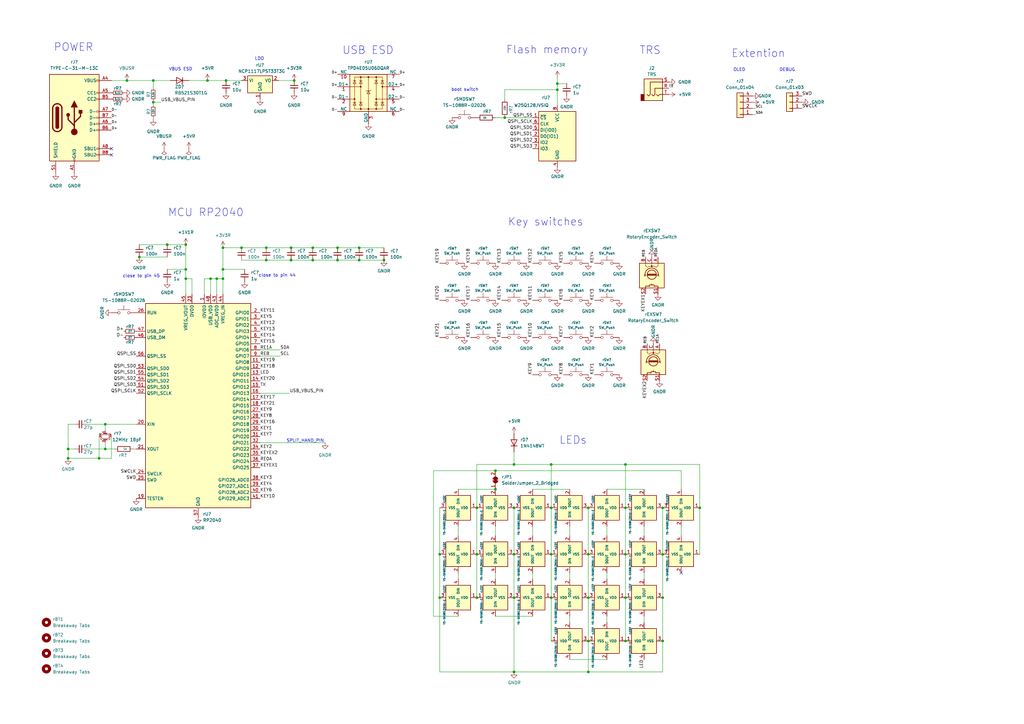
<source format=kicad_sch>
(kicad_sch (version 20231120) (generator "eeschema") (generator_version "8.0")
  (paper "A3")
  (title_block (title "Corne Right") (date "2023-10-07") (rev "4.0.0") (company "foostan"))
  (junction (at 27.94 184.15))
  (junction (at 228.6 36.83))
  (junction (at 180.34 245.11))
  (junction (at 226.06 227.33))
  (junction (at 210.82 245.11))
  (junction (at 91.44 114.3))
  (junction (at 241.3 227.33))
  (junction (at 256.54 227.33))
  (junction (at 128.27 101.6))
  (junction (at 40.64 187.96))
  (junction (at 195.58 208.28))
  (junction (at 43.18 184.15))
  (junction (at 226.06 245.11))
  (junction (at 271.78 262.89))
  (junction (at 271.78 245.11))
  (junction (at 256.54 262.89))
  (junction (at 157.48 106.68))
  (junction (at 91.44 110.49))
  (junction (at 76.2 100.33))
  (junction (at 241.3 245.11))
  (junction (at 92.71 33.02))
  (junction (at 228.6 34.29))
  (junction (at 52.07 33.02))
  (junction (at 210.82 190.5))
  (junction (at 57.15 105.41))
  (junction (at 27.94 187.96))
  (junction (at 99.06 101.6))
  (junction (at 88.9 114.3))
  (junction (at 138.43 106.68))
  (junction (at 271.78 208.28))
  (junction (at 109.22 101.6))
  (junction (at 120.65 33.02))
  (junction (at 226.06 190.5))
  (junction (at 210.82 227.33))
  (junction (at 203.2 193.04))
  (junction (at 62.865 33.02))
  (junction (at 203.2 200.66))
  (junction (at 241.3 208.28))
  (junction (at 128.27 106.68))
  (junction (at 207.01 48.26))
  (junction (at 256.54 208.28))
  (junction (at 119.38 106.68))
  (junction (at 86.36 114.3))
  (junction (at 109.22 106.68))
  (junction (at 68.58 100.33))
  (junction (at 256.54 190.5))
  (junction (at 76.2 114.3))
  (junction (at 91.44 101.6))
  (junction (at 287.02 208.28))
  (junction (at 241.3 262.89))
  (junction (at 85.09 33.02))
  (junction (at 256.54 245.11))
  (junction (at 210.82 275.59))
  (junction (at 226.06 208.28))
  (junction (at 241.3 275.59))
  (junction (at 119.38 101.6))
  (junction (at 147.32 101.6))
  (junction (at 62.865 41.91))
  (junction (at 43.18 173.99))
  (junction (at 195.58 245.11))
  (junction (at 180.34 227.33))
  (junction (at 147.32 106.68))
  (junction (at 195.58 227.33))
  (junction (at 210.82 208.28))
  (junction (at 271.78 227.33))
  (junction (at 76.2 110.49))
  (junction (at 138.43 101.6))
  (no_connect (at 45.72 63.5))
  (no_connect (at 279.4 234.95))
  (no_connect (at 45.72 60.96))
  (wire (pts (xy 91.44 101.6) (xy 99.06 101.6)))
  (wire (pts (xy 241.3 208.28) (xy 241.3 227.33)))
  (wire (pts (xy 106.68 146.05) (xy 114.935 146.05)))
  (wire (pts (xy 138.43 101.6) (xy 147.32 101.6)))
  (wire (pts (xy 83.82 114.3) (xy 86.36 114.3)))
  (wire (pts (xy 62.865 33.02) (xy 69.85 33.02)))
  (wire (pts (xy 62.865 41.275) (xy 62.865 41.91)))
  (wire (pts (xy 85.09 33.02) (xy 92.71 33.02)))
  (wire (pts (xy 210.82 227.33) (xy 210.82 245.11)))
  (wire (pts (xy 27.94 187.96) (xy 40.64 187.96)))
  (wire (pts (xy 241.3 262.89) (xy 241.3 275.59)))
  (wire (pts (xy 210.82 190.5) (xy 195.58 190.5)))
  (wire (pts (xy 180.34 245.11) (xy 180.34 275.59)))
  (wire (pts (xy 27.94 173.99) (xy 27.94 184.15)))
  (wire (pts (xy 147.32 106.68) (xy 157.48 106.68)))
  (wire (pts (xy 138.43 106.68) (xy 147.32 106.68)))
  (wire (pts (xy 256.54 227.33) (xy 256.54 245.11)))
  (wire (pts (xy 30.48 173.99) (xy 27.94 173.99)))
  (wire (pts (xy 226.06 245.11) (xy 226.06 262.89)))
  (wire (pts (xy 264.16 234.95) (xy 264.16 237.49)))
  (wire (pts (xy 106.68 181.61) (xy 133.35 181.61)))
  (wire (pts (xy 177.8 193.04) (xy 203.2 193.04)))
  (wire (pts (xy 114.3 33.02) (xy 120.65 33.02)))
  (wire (pts (xy 271.78 275.59) (xy 241.3 275.59)))
  (wire (pts (xy 43.18 184.15) (xy 43.18 181.61)))
  (wire (pts (xy 86.36 114.3) (xy 86.36 120.65)))
  (wire (pts (xy 233.68 252.73) (xy 233.68 255.27)))
  (wire (pts (xy 248.92 215.9) (xy 248.92 219.71)))
  (wire (pts (xy 180.34 208.28) (xy 180.34 227.33)))
  (wire (pts (xy 119.38 101.6) (xy 128.27 101.6)))
  (wire (pts (xy 218.44 234.95) (xy 218.44 237.49)))
  (wire (pts (xy 109.22 106.68) (xy 119.38 106.68)))
  (wire (pts (xy 68.58 110.49) (xy 76.2 110.49)))
  (wire (pts (xy 35.56 184.15) (xy 43.18 184.15)))
  (wire (pts (xy 76.2 110.49) (xy 76.2 114.3)))
  (wire (pts (xy 210.82 275.59) (xy 241.3 275.59)))
  (wire (pts (xy 91.44 114.3) (xy 88.9 114.3)))
  (wire (pts (xy 76.2 100.33) (xy 76.2 110.49)))
  (wire (pts (xy 271.78 245.11) (xy 271.78 262.89)))
  (wire (pts (xy 91.44 120.65) (xy 91.44 114.3)))
  (wire (pts (xy 228.6 36.83) (xy 207.01 36.83)))
  (wire (pts (xy 91.44 101.6) (xy 91.44 110.49)))
  (wire (pts (xy 62.865 36.195) (xy 62.865 33.02)))
  (wire (pts (xy 279.4 193.04) (xy 279.4 200.66)))
  (wire (pts (xy 43.18 176.53) (xy 43.18 173.99)))
  (wire (pts (xy 99.06 106.68) (xy 109.22 106.68)))
  (wire (pts (xy 233.68 237.49) (xy 233.68 234.95)))
  (wire (pts (xy 233.68 200.66) (xy 218.44 200.66)))
  (wire (pts (xy 256.54 245.11) (xy 256.54 262.89)))
  (wire (pts (xy 309.88 46.99) (xy 308.61 46.99)))
  (wire (pts (xy 27.94 184.15) (xy 30.48 184.15)))
  (wire (pts (xy 287.02 208.28) (xy 287.02 227.33)))
  (wire (pts (xy 241.3 227.33) (xy 241.3 245.11)))
  (wire (pts (xy 195.58 190.5) (xy 195.58 208.28)))
  (wire (pts (xy 45.72 187.96) (xy 40.64 187.96)))
  (wire (pts (xy 207.01 48.26) (xy 218.44 48.26)))
  (wire (pts (xy 203.2 252.73) (xy 218.44 252.73)))
  (wire (pts (xy 233.68 219.71) (xy 233.68 215.9)))
  (wire (pts (xy 177.8 193.04) (xy 177.8 252.73)))
  (wire (pts (xy 218.44 219.71) (xy 218.44 215.9)))
  (wire (pts (xy 264.16 215.9) (xy 264.16 219.71)))
  (wire (pts (xy 40.64 179.07) (xy 40.64 187.96)))
  (wire (pts (xy 62.865 48.26) (xy 62.865 48.895)))
  (wire (pts (xy 86.36 114.3) (xy 88.9 114.3)))
  (wire (pts (xy 195.58 227.33) (xy 195.58 245.11)))
  (wire (pts (xy 271.78 208.28) (xy 271.78 227.33)))
  (wire (pts (xy 106.68 143.51) (xy 114.935 143.51)))
  (wire (pts (xy 57.15 105.41) (xy 68.58 105.41)))
  (wire (pts (xy 119.38 106.68) (xy 128.27 106.68)))
  (wire (pts (xy 68.58 100.33) (xy 76.2 100.33)))
  (wire (pts (xy 147.32 101.6) (xy 157.48 101.6)))
  (wire (pts (xy 91.44 110.49) (xy 91.44 114.3)))
  (wire (pts (xy 83.82 114.3) (xy 83.82 120.65)))
  (wire (pts (xy 43.18 173.99) (xy 55.88 173.99)))
  (wire (pts (xy 180.34 227.33) (xy 180.34 245.11)))
  (wire (pts (xy 210.82 208.28) (xy 210.82 227.33)))
  (wire (pts (xy 88.9 114.3) (xy 88.9 120.65)))
  (wire (pts (xy 309.88 44.45) (xy 308.61 44.45)))
  (wire (pts (xy 279.4 215.9) (xy 279.4 219.71)))
  (wire (pts (xy 54.61 184.15) (xy 55.88 184.15)))
  (wire (pts (xy 45.72 33.02) (xy 52.07 33.02)))
  (wire (pts (xy 256.54 190.5) (xy 287.02 190.5)))
  (wire (pts (xy 256.54 190.5) (xy 256.54 208.28)))
  (wire (pts (xy 128.27 101.6) (xy 138.43 101.6)))
  (wire (pts (xy 76.2 120.65) (xy 76.2 114.3)))
  (wire (pts (xy 66.04 41.91) (xy 62.865 41.91)))
  (wire (pts (xy 203.2 237.49) (xy 203.2 234.95)))
  (wire (pts (xy 45.72 179.07) (xy 45.72 187.96)))
  (wire (pts (xy 203.2 219.71) (xy 203.2 215.9)))
  (wire (pts (xy 203.2 193.04) (xy 279.4 193.04)))
  (wire (pts (xy 91.44 110.49) (xy 100.33 110.49)))
  (wire (pts (xy 241.3 245.11) (xy 241.3 262.89)))
  (wire (pts (xy 52.07 33.02) (xy 62.865 33.02)))
  (wire (pts (xy 271.78 262.89) (xy 271.78 275.59)))
  (wire (pts (xy 109.22 101.6) (xy 119.38 101.6)))
  (wire (pts (xy 256.54 208.28) (xy 256.54 227.33)))
  (wire (pts (xy 228.6 36.83) (xy 228.6 43.18)))
  (wire (pts (xy 248.92 270.51) (xy 233.68 270.51)))
  (wire (pts (xy 187.96 234.95) (xy 187.96 237.49)))
  (wire (pts (xy 287.02 190.5) (xy 287.02 208.28)))
  (wire (pts (xy 228.6 31.75) (xy 228.6 34.29)))
  (wire (pts (xy 203.2 48.26) (xy 207.01 48.26)))
  (wire (pts (xy 210.82 190.5) (xy 226.06 190.5)))
  (wire (pts (xy 128.27 106.68) (xy 138.43 106.68)))
  (wire (pts (xy 195.58 208.28) (xy 195.58 227.33)))
  (wire (pts (xy 35.56 173.99) (xy 43.18 173.99)))
  (wire (pts (xy 228.6 34.29) (xy 232.41 34.29)))
  (wire (pts (xy 248.92 234.95) (xy 248.92 237.49)))
  (wire (pts (xy 203.2 200.66) (xy 187.96 200.66)))
  (wire (pts (xy 78.74 114.3) (xy 76.2 114.3)))
  (wire (pts (xy 92.71 33.02) (xy 99.06 33.02)))
  (wire (pts (xy 228.6 34.29) (xy 228.6 36.83)))
  (wire (pts (xy 271.78 227.33) (xy 271.78 245.11)))
  (wire (pts (xy 248.92 200.66) (xy 264.16 200.66)))
  (wire (pts (xy 226.06 208.28) (xy 226.06 227.33)))
  (wire (pts (xy 226.06 190.5) (xy 226.06 208.28)))
  (wire (pts (xy 210.82 185.42) (xy 210.82 190.5)))
  (wire (pts (xy 207.01 36.83) (xy 207.01 40.64)))
  (wire (pts (xy 106.68 161.29) (xy 118.745 161.29)))
  (wire (pts (xy 62.865 41.91) (xy 62.865 43.18)))
  (wire (pts (xy 99.06 101.6) (xy 109.22 101.6)))
  (wire (pts (xy 226.06 190.5) (xy 256.54 190.5)))
  (wire (pts (xy 43.18 184.15) (xy 46.99 184.15)))
  (wire (pts (xy 27.94 184.15) (xy 27.94 187.96)))
  (wire (pts (xy 57.15 100.33) (xy 68.58 100.33)))
  (wire (pts (xy 78.74 120.65) (xy 78.74 114.3)))
  (wire (pts (xy 226.06 227.33) (xy 226.06 245.11)))
  (wire (pts (xy 77.47 33.02) (xy 85.09 33.02)))
  (wire (pts (xy 180.34 275.59) (xy 210.82 275.59)))
  (wire (pts (xy 187.96 215.9) (xy 187.96 219.71)))
  (wire (pts (xy 187.96 252.73) (xy 177.8 252.73)))
  (wire (pts (xy 264.16 252.73) (xy 264.16 255.27)))
  (wire (pts (xy 210.82 245.11) (xy 210.82 275.59)))
  (wire (pts (xy 248.92 252.73) (xy 248.92 255.27)))
  (text "USB ESD" (at 140.335 22.606 0) (effects (font (size 3.175 3.175)) (justify left bottom)))
  (text "TRS" (at 262.255 22.606 0) (effects (font (size 3.175 3.175)) (justify left bottom)))
  (text "Flash memory" (at 207.518 22.352 0) (effects (font (size 3.175 3.175)) (justify left bottom)))
  (text "MCU RP2040" (at 68.834 89.154 0) (effects (font (size 3.175 3.175)) (justify left bottom)))
  (text "DEBUG" (at 319.659 29.464 0) (effects (font (size 1.27 1.27)) (justify left bottom)))
  (text "POWER\n" (at 21.971 21.336 0) (effects (font (size 3.175 3.175)) (justify left bottom)))
  (text "boot switch" (at 185.039 37.592 0) (effects (font (size 1.27 1.27)) (justify left bottom)))
  (text "LDO" (at 104.521 24.892 0) (effects (font (size 1.27 1.27)) (justify left bottom)))
  (text "Key switches" (at 208.28 92.964 0) (effects (font (size 3.175 3.175)) (justify left bottom)))
  (text "LEDs" (at 229.362 182.499 0) (effects (font (size 3.175 3.175)) (justify left bottom)))
  (text "Extention" (at 299.974 23.876 0) (effects (font (size 3.175 3.175)) (justify left bottom)))
  (text "VBUS ESD" (at 69.215 29.21 0) (effects (font (size 1.27 1.27)) (justify left bottom)))
  (text "OLED" (at 300.736 29.464 0) (effects (font (size 1.27 1.27)) (justify left bottom)))
  (text "close to pin 45" (at 50.292 114.046 0) (effects (font (size 1.27 1.27)) (justify left bottom)))
  (text "close to pin 44" (at 106.045 113.792 0) (effects (font (size 1.27 1.27)) (justify left bottom)))
  (text "SPLIT_HAND_PIN" (at 117.475 181.61 0) (effects (font (size 1.27 1.27)) (justify left bottom)))
  (label "QSPI_SCLK" (at 55.88 161.29 180))
  (label "KEYEX2" (at 265.43 156.21 270))
  (label "SWCLK" (at 55.88 194.31 180))
  (label "TX" (at 106.68 158.75 0))
  (label "SCL" (at 309.88 44.45 0) (effects (font (size 1 1))))
  (label "RE0A" (at 269.875 105.41 90) (effects (font (size 1 1))))
  (label "KEY8" (at 106.68 171.45 0))
  (label "D+" (at 163.83 35.56 0) (effects (font (size 1 1))))
  (label "KEY19" (at 180.34 107.95 90))
  (label "D-" (at 45.72 45.72 0) (effects (font (size 1 1))))
  (label "KEY18" (at 106.68 151.13 0))
  (label "KEY4" (at 243.84 107.95 90))
  (label "KEY6" (at 231.14 123.19 90))
  (label "RE0A" (at 106.68 189.23 0))
  (label "D-" (at 163.83 40.64 0) (effects (font (size 1 1))))
  (label "KEY14" (at 205.74 123.19 90))
  (label "KEY12" (at 218.44 107.95 90))
  (label "KEY20" (at 180.34 123.19 90))
  (label "QSPI_SD3" (at 55.88 158.75 180))
  (label "QSPI_SCLK" (at 218.44 50.8 180))
  (label "KEY16" (at 106.68 173.99 0))
  (label "QSPI_SD1" (at 218.44 55.88 180))
  (label "KEY3" (at 243.84 123.19 90))
  (label "KEY2" (at 243.84 138.43 90))
  (label "D-" (at 45.72 48.26 0) (effects (font (size 1 1))))
  (label "KEY16" (at 193.04 138.43 90))
  (label "KEY15" (at 205.74 138.43 90))
  (label "SWD" (at 55.88 196.85 180))
  (label "KEY11" (at 218.44 123.19 90))
  (label "SDA" (at 114.935 143.51 0))
  (label "KEY9" (at 106.68 168.91 0))
  (label "KEY18" (at 193.04 107.95 90))
  (label "USB_VBUS_PIN" (at 66.04 41.91 0))
  (label "D+" (at 138.43 35.56 180) (effects (font (size 1 1))))
  (label "D-" (at 163.83 45.72 0) (effects (font (size 1 1))))
  (label "QSPI_SD2" (at 218.44 58.42 180))
  (label "KEY17" (at 193.04 123.19 90))
  (label "QSPI_SD2" (at 55.88 156.21 180))
  (label "KEY13" (at 205.74 107.95 90))
  (label "KEY7" (at 106.68 179.07 0))
  (label "D+" (at 45.72 50.8 0) (effects (font (size 1 1))))
  (label "KEY10" (at 218.44 138.43 90))
  (label "KEY9" (at 218.44 153.67 90))
  (label "QSPI_SS" (at 218.44 48.26 180))
  (label "KEY5" (at 106.68 130.81 0))
  (label "REB" (at 106.68 146.05 0))
  (label "KEY1" (at 243.84 153.67 90))
  (label "SCL" (at 114.935 146.05 0))
  (label "KEY19" (at 106.68 148.59 0))
  (label "KEYEX1" (at 264.795 120.65 270))
  (label "KEY2" (at 106.68 184.15 0))
  (label "KEY12" (at 106.68 133.35 0))
  (label "QSPI_SS" (at 55.88 146.05 180))
  (label "KEY7" (at 231.14 138.43 90))
  (label "KEY4" (at 106.68 199.39 0))
  (label "QSPI_SD0" (at 218.44 53.34 180))
  (label "KEY15" (at 106.68 140.97 0))
  (label "KEY20" (at 106.68 156.21 0))
  (label "D-" (at 50.8 138.43 180))
  (label "SWD" (at 328.93 39.37 0))
  (label "KEY21" (at 180.34 138.43 90))
  (label "REB" (at 265.43 140.97 90) (effects (font (size 1 1))))
  (label "KEY17" (at 106.68 163.83 0))
  (label "RE1A" (at 270.51 140.97 90) (effects (font (size 1 1))))
  (label "KEY14" (at 106.68 138.43 0))
  (label "D+" (at 163.83 30.48 0) (effects (font (size 1 1))))
  (label "KEY1" (at 106.68 176.53 0))
  (label "LED" (at 264.16 270.51 270))
  (label "KEYEX2" (at 106.68 186.69 0))
  (label "REB" (at 264.795 105.41 90) (effects (font (size 1 1))))
  (label "KEY21" (at 106.68 166.37 0))
  (label "D-" (at 138.43 45.72 180) (effects (font (size 1 1))))
  (label "SWCLK" (at 328.93 44.45 0))
  (label "SDA" (at 309.88 46.99 0) (effects (font (size 1 1))))
  (label "KEYEX1" (at 106.68 191.77 0))
  (label "QSPI_SD3" (at 218.44 60.96 180))
  (label "D+" (at 138.43 30.48 180) (effects (font (size 1 1))))
  (label "D+" (at 50.8 135.89 180))
  (label "KEY13" (at 106.68 135.89 0))
  (label "USB_VBUS_PIN" (at 118.745 161.29 0))
  (label "KEY3" (at 106.68 196.85 0))
  (label "D+" (at 45.72 53.34 0) (effects (font (size 1 1))))
  (label "KEY11" (at 106.68 128.27 0))
  (label "KEY5" (at 231.14 107.95 90))
  (label "D-" (at 138.43 40.64 180) (effects (font (size 1 1))))
  (label "KEY10" (at 106.68 204.47 0))
  (label "KEY6" (at 106.68 201.93 0))
  (label "QSPI_SD0" (at 55.88 151.13 180))
  (label "TX" (at 274.32 36.195 0) (effects (font (size 1 1))))
  (label "RE1A" (at 106.68 143.51 0))
  (label "LED" (at 106.68 153.67 0))
  (label "KEY8" (at 231.14 153.67 90))
  (label "QSPI_SD1" (at 55.88 153.67 180))
  (symbol (lib_id "kbd:GNDR") (at 328.93 41.91 90) (unit 1)
    (property "Reference" "#PWR?" (effects (hide yes)))
    (property "Value" "GNDR" (at 332.74 41.91 90) (effects (justify right)))
  )
  (symbol (lib_id "kbd_local:YS-SK6812MINI-E") (at 233.68 245.11 90) (unit 1)
    (property "Reference" "rLED?" (at 227.965 243.205 0) (effects (font (size 0.7366 0.7366)) (justify left)))
    (property "Value" "YS-SK6812MINI-E" (at 227.965 255.905 0) (effects (font (size 0.7366 0.7366)) (justify left)))
    (property "Footprint" "kbd_local:YS-SK6812MINI-E" (effects (hide yes)))
  )
  (symbol (lib_id "Device:C_Small") (at 33.02 184.15 270) (unit 1)
    (property "Reference" "rC?" (at 34.29 182.88 90) (effects (justify left)))
    (property "Value" "27p" (at 34.29 185.42 90) (effects (justify left)))
    (property "Footprint" "Capacitor_SMD:C_0402_1005Metric" (effects (hide yes)))
  )
  (symbol (lib_id "kbd:+3V3R") (at 120.65 33.02 0) (unit 1)
    (property "Reference" "#PWR070" (effects (hide yes)))
    (property "Value" "+3V3R" (at 120.65 27.94 0))
  )
  (symbol (lib_id "kbd:GNDR") (at 241.3 123.19 0) (unit 1)
    (property "Reference" "#PWR?" (effects (hide yes)))
    (property "Value" "GNDR" (at 241.3 127.635 0))
  )
  (symbol (lib_id "Switch:SW_Push") (at 236.22 123.19 0) (unit 1)
    (property "Reference" "rSW?" (at 236.22 117.094 0) (effects (font (size 1 1))))
    (property "Value" "SW_Push" (at 236.22 119.126 0) (effects (font (size 1 1))))
    (property "Footprint" "kbd:keyswitch_cherrymx_hotswap_1u" (effects (hide yes)))
  )
  (symbol (lib_name "SW_Push_1") (lib_id "Switch:SW_Push") (at 248.92 107.95 0) (unit 1)
    (property "Reference" "rSW?" (at 248.92 101.854 0) (effects (font (size 1 1))))
    (property "Value" "SW_Push" (at 248.92 103.886 0) (effects (font (size 1 1))))
    (property "Footprint" "kbd:keyswitch_cherrymx_hotswap_1u" (effects (hide yes)))
  )
  (symbol (lib_id "kbd:GNDR") (at 215.9 107.95 0) (unit 1)
    (property "Reference" "#PWR?" (effects (hide yes)))
    (property "Value" "GNDR" (at 215.9 112.395 0))
  )
  (symbol (lib_id "kbd:GNDR") (at 241.3 153.67 0) (unit 1)
    (property "Reference" "#PWR?" (effects (hide yes)))
    (property "Value" "GNDR" (at 241.3 158.115 0))
  )
  (symbol (lib_id "Regulator_Linear:NCP1117-3.3_SOT223") (at 106.68 33.02 0) (unit 1)
    (property "Reference" "rU?" (at 106.68 26.67 0))
    (property "Value" "NCP1117LPST33T3G" (at 107.315 29.21 0))
    (property "Footprint" "Package_TO_SOT_SMD:SOT-223-3_TabPin2" (effects (hide yes)))
    (property "Datasheet" "http://www.onsemi.com/pub_link/Collateral/NCP1117-D.PDF" (effects (hide yes)))
    (property "JLCPCB Part #" "C146799" (effects (hide yes)))
  )
  (symbol (lib_id "kbd_local:YS-SK6812MINI-E") (at 248.92 208.28 270) (unit 1)
    (property "Reference" "rLED?" (at 243.205 203.2 0) (effects (font (size 0.7366 0.7366)) (justify left)))
    (property "Value" "YS-SK6812MINI-E" (at 243.205 208.915 0) (effects (font (size 0.7366 0.7366)) (justify left)))
    (property "Footprint" "kbd_local:YS-SK6812MINI-E" (effects (hide yes)))
  )
  (symbol (lib_id "kbd_local:VBUSR") (at 67.31 60.96 0) (unit 1)
    (property "Reference" "#PWR065" (effects (hide yes)))
    (property "Value" "VBUSR" (at 67.31 55.88 0))
  )
  (symbol (lib_id "kbd:GNDR") (at 267.97 140.97 180) (unit 1)
    (property "Reference" "#PWR?" (effects (hide yes)))
    (property "Value" "GNDR" (at 267.97 135.89 90))
  )
  (symbol (lib_id "kbd:GNDR") (at 215.9 123.19 0) (unit 1)
    (property "Reference" "#PWR?" (effects (hide yes)))
    (property "Value" "GNDR" (at 215.9 127.635 0))
  )
  (symbol (lib_id "Connector:USB_C_Receptacle_USB2.0") (at 30.48 48.26 0) (unit 1)
    (property "Reference" "rJ?" (at 30.48 25.4 0))
    (property "Value" "TYPE-C-31-M-13C" (at 30.48 27.94 0))
    (property "Footprint" "kbd_local:TYPE-C-31-M-13C" (effects (hide yes)))
    (property "Datasheet" "https://www.usb.org/sites/default/files/documents/usb_type-c.zip" (effects (hide yes)))
    (property "JLCPCB Part #" "C2848620" (effects (hide yes)))
  )
  (symbol (lib_id "kbd:GNDR") (at 22.86 71.12 0) (unit 1)
    (property "Reference" "#PWR?" (effects (hide yes)))
    (property "Value" "GNDR" (at 22.86 76.2 0))
  )
  (symbol (lib_id "kbd:GNDR") (at 81.28 212.09 0) (unit 1)
    (property "Reference" "#PWR?" (effects (hide yes)))
    (property "Value" "GNDR" (at 81.28 216.535 0))
  )
  (symbol (lib_id "Device:RotaryEncoder_Switch") (at 267.97 148.59 270) (unit 1)
    (property "Reference" "rEXSW?" (at 267.97 128.905 90))
    (property "Value" "RotaryEncoder_Switch" (at 267.97 131.445 90))
    (property "Footprint" "kbd_local:keyswitch_cherrymx_hotswap_1u_rotary_encoder_ec12" (effects (hide yes)))
  )
  (symbol (lib_id "kbd:GNDR") (at 50.8 40.64 90) (unit 1)
    (property "Reference" "#PWR?" (effects (hide yes)))
    (property "Value" "GNDR" (at 53.975 40.64 90) (effects (justify right)))
  )
  (symbol (lib_id "Switch:SW_Push") (at 236.22 107.95 0) (unit 1)
    (property "Reference" "rSW?" (at 236.22 101.854 0) (effects (font (size 1 1))))
    (property "Value" "SW_Push" (at 236.22 103.886 0) (effects (font (size 1 1))))
    (property "Footprint" "kbd:keyswitch_cherrymx_hotswap_1u" (effects (hide yes)))
  )
  (symbol (lib_id "kbd:GNDR") (at 190.5 107.95 0) (unit 1)
    (property "Reference" "#PWR?" (effects (hide yes)))
    (property "Value" "GNDR" (at 190.5 112.395 0))
  )
  (symbol (lib_id "kbd_local:YS-SK6812MINI-E") (at 203.2 208.28 90) (unit 1)
    (property "Reference" "rLED?" (at 197.485 206.375 0) (effects (font (size 0.7366 0.7366)) (justify left)))
    (property "Value" "YS-SK6812MINI-E" (at 197.485 219.71 0) (effects (font (size 0.7366 0.7366)) (justify left)))
    (property "Footprint" "kbd_local:YS-SK6812MINI-E" (effects (hide yes)))
  )
  (symbol (lib_id "Switch:SW_Push") (at 198.12 138.43 0) (unit 1)
    (property "Reference" "rSW?" (at 198.12 132.334 0) (effects (font (size 1 1))))
    (property "Value" "SW_Push" (at 198.12 134.366 0) (effects (font (size 1 1))))
    (property "Footprint" "kbd:keyswitch_cherrymx_hotswap_1u" (effects (hide yes)))
  )
  (symbol (lib_id "kbd:+5VR") (at 210.82 177.8 0) (unit 1)
    (property "Reference" "#PWR069" (effects (hide yes)))
    (property "Value" "+5VR" (at 210.82 172.72 0))
  )
  (symbol (lib_id "kbd_local:YS-SK6812MINI-E") (at 233.68 227.33 90) (unit 1)
    (property "Reference" "rLED?" (at 227.965 225.425 0) (effects (font (size 0.7366 0.7366)) (justify left)))
    (property "Value" "YS-SK6812MINI-E" (at 227.965 238.125 0) (effects (font (size 0.7366 0.7366)) (justify left)))
    (property "Footprint" "kbd_local:YS-SK6812MINI-E" (effects (hide yes)))
  )
  (symbol (lib_id "kbd:GNDR") (at 254 138.43 0) (unit 1)
    (property "Reference" "#PWR?" (effects (hide yes)))
    (property "Value" "GNDR" (at 254 142.875 0))
  )
  (symbol (lib_id "kbd:GNDR") (at 151.13 50.8 0) (unit 1)
    (property "Reference" "#PWR?" (effects (hide yes)))
    (property "Value" "GNDR" (at 151.13 55.88 0))
  )
  (symbol (lib_id "kbd:GNDR") (at 269.875 120.65 0) (unit 1)
    (property "Reference" "#PWR?" (effects (hide yes)))
    (property "Value" "GNDR" (at 269.875 125.095 0))
  )
  (symbol (lib_id "Switch:SW_Push") (at 210.82 138.43 0) (unit 1)
    (property "Reference" "rSW?" (at 210.82 132.334 0) (effects (font (size 1 1))))
    (property "Value" "SW_Push" (at 210.82 134.366 0) (effects (font (size 1 1))))
    (property "Footprint" "kbd:keyswitch_cherrymx_hotswap_1u" (effects (hide yes)))
  )
  (symbol (lib_id "Device:R_Small") (at 48.26 40.64 270) (unit 1)
    (property "Reference" "rR?" (at 48.26 42.545 90))
    (property "Value" "5.1k" (at 48.26 40.64 90) (effects (font (size 0.762 0.762))))
    (property "Footprint" "Resistor_SMD:R_0402_1005Metric" (effects (hide yes)))
  )
  (symbol (lib_id "Diode:1N4148WT") (at 210.82 181.61 90) (unit 1)
    (property "Reference" "rD?" (at 213.36 180.34 90) (effects (justify right)))
    (property "Value" "1N4148WT" (at 213.36 182.88 90) (effects (justify right)))
    (property "Footprint" "Diode_SMD:D_SOD-523" (effects (hide yes)))
    (property "Datasheet" "https://www.diodes.com/assets/Datasheets/ds30396.pdf" (effects (hide yes)))
    (property "JLCPCB Part #" "C232841" (effects (hide yes)))
  )
  (symbol (lib_id "Device:Crystal_GND24_Small") (at 43.18 179.07 270) (unit 1)
    (property "Reference" "rY?" (at 48.26 177.8 90))
    (property "Value" "12MHz 18pF" (at 52.07 180.34 90))
    (property "Footprint" "Crystal:Crystal_SMD_3225-4Pin_3.2x2.5mm" (effects (hide yes)))
    (property "Description" "12MHz 18pF ±20ppm SMD3225-4P Crystals ROHS" (effects (hide yes)))
    (property "MFR.Part #" "Q22FA23V0041800" (effects (hide yes)))
    (property "JLCPCB Part #" "C91749" (effects (hide yes)))
  )
  (symbol (lib_id "kbd_local:YS-SK6812MINI-E") (at 248.92 245.11 270) (unit 1)
    (property "Reference" "rLED?" (at 243.205 239.395 0) (effects (font (size 0.7366 0.7366)) (justify left)))
    (property "Value" "YS-SK6812MINI-E" (at 243.205 245.745 0) (effects (font (size 0.7366 0.7366)) (justify left)))
    (property "Footprint" "kbd_local:YS-SK6812MINI-E" (effects (hide yes)))
  )
  (symbol (lib_id "Switch:SW_Push") (at 248.92 153.67 0) (unit 1)
    (property "Reference" "rSW?" (at 248.92 147.574 0) (effects (font (size 1 1))))
    (property "Value" "SW_Push" (at 248.92 149.606 0) (effects (font (size 1 1))))
    (property "Footprint" "kbd:keyswitch_cherrymx_hotswap_1.5u" (effects (hide yes)))
  )
  (symbol (lib_id "kbd:GNDR") (at 215.9 138.43 0) (unit 1)
    (property "Reference" "#PWR?" (effects (hide yes)))
    (property "Value" "GNDR" (at 215.9 142.875 0))
  )
  (symbol (lib_id "kbd:GNDR") (at 185.42 48.26 0) (unit 1)
    (property "Reference" "#PWR?" (effects (hide yes)))
    (property "Value" "GNDR" (at 185.42 52.07 0))
  )
  (symbol (lib_id "Mechanical:MountingHole") (at 19.05 274.32 0) (unit 1)
    (property "Reference" "rBT4" (at 21.59 273.05 0) (effects (justify left)))
    (property "Value" "Breakaway Tabs" (at 21.59 275.59 0) (effects (justify left)))
    (property "Footprint" "kbd_local:Breakaway_Tabs" (effects (hide yes)))
  )
  (symbol (lib_id "Device:C_Small") (at 57.15 102.87 0) (unit 1)
    (property "Reference" "rC?" (at 59.69 101.6 0) (effects (justify left)))
    (property "Value" "100n" (at 59.69 104.14 0) (effects (justify left)))
    (property "Footprint" "Capacitor_SMD:C_0402_1005Metric" (effects (hide yes)))
  )
  (symbol (lib_id "kbd_local:VBUSR") (at 52.07 33.02 0) (unit 1)
    (property "Reference" "#PWR066" (effects (hide yes)))
    (property "Value" "VBUSR" (at 52.07 27.94 0))
  )
  (symbol (lib_id "kbd_local:YS-SK6812MINI-E") (at 248.92 262.89 270) (unit 1)
    (property "Reference" "rLED?" (at 243.205 257.175 0) (effects (font (size 0.7366 0.7366)) (justify left)))
    (property "Value" "YS-SK6812MINI-E" (at 243.205 263.525 0) (effects (font (size 0.7366 0.7366)) (justify left)))
    (property "Footprint" "kbd_local:YS-SK6812MINI-E" (effects (hide yes)))
  )
  (symbol (lib_id "kbd:GNDR") (at 55.88 204.47 0) (unit 1)
    (property "Reference" "#PWR?" (effects (hide yes)))
    (property "Value" "GNDR" (at 55.88 208.915 0))
  )
  (symbol (lib_id "Device:R_Small") (at 62.865 38.735 0) (unit 1)
    (property "Reference" "R?" (at 60.96 38.735 90))
    (property "Value" "5.6k" (at 62.865 38.735 90) (effects (font (size 0.762 0.762))))
    (property "Footprint" "Resistor_SMD:R_0402_1005Metric" (effects (hide yes)))
    (instances (project "corne-cherry" (path "" (reference "R?") (unit 1)) (path "" (reference "R8") (unit 1)) (path "" (reference "rR8") (unit 1))))
  )
  (symbol (lib_id "Device:C_Small") (at 68.58 102.87 0) (unit 1)
    (property "Reference" "rC?" (at 71.12 101.6 0) (effects (justify left)))
    (property "Value" "100n" (at 71.12 104.14 0) (effects (justify left)))
    (property "Footprint" "Capacitor_SMD:C_0402_1005Metric" (effects (hide yes)))
  )
  (symbol (lib_id "kbd:GNDR") (at 241.3 138.43 0) (unit 1)
    (property "Reference" "#PWR?" (effects (hide yes)))
    (property "Value" "GNDR" (at 241.3 142.875 0))
  )
  (symbol (lib_id "kbd_local:YS-SK6812MINI-E") (at 233.68 208.28 90) (unit 1)
    (property "Reference" "rLED?" (at 227.965 206.375 0) (effects (font (size 0.7366 0.7366)) (justify left)))
    (property "Value" "YS-SK6812MINI-E" (at 227.965 219.075 0) (effects (font (size 0.7366 0.7366)) (justify left)))
    (property "Footprint" "kbd_local:YS-SK6812MINI-E" (effects (hide yes)))
  )
  (symbol (lib_id "kbd_local:YS-SK6812MINI-E") (at 264.16 208.28 90) (unit 1)
    (property "Reference" "rLED?" (at 258.445 205.74 0) (effects (font (size 0.7366 0.7366)) (justify left)))
    (property "Value" "YS-SK6812MINI-E" (at 258.445 219.075 0) (effects (font (size 0.7366 0.7366)) (justify left)))
    (property "Footprint" "kbd_local:YS-SK6812MINI-E" (effects (hide yes)))
  )
  (symbol (lib_id "kbd:GNDR") (at 254 123.19 0) (unit 1)
    (property "Reference" "#PWR?" (effects (hide yes)))
    (property "Value" "GNDR" (at 254 127.635 0))
  )
  (symbol (lib_id "Device:C_Small") (at 100.33 113.03 0) (unit 1)
    (property "Reference" "rC?" (at 102.87 111.76 0) (effects (justify left)))
    (property "Value" "1u" (at 102.87 114.3 0) (effects (justify left)))
    (property "Footprint" "Capacitor_SMD:C_0402_1005Metric" (effects (hide yes)))
  )
  (symbol (lib_id "Switch:SW_Push") (at 198.12 123.19 0) (unit 1)
    (property "Reference" "rSW?" (at 198.12 117.094 0) (effects (font (size 1 1))))
    (property "Value" "SW_Push" (at 198.12 119.126 0) (effects (font (size 1 1))))
    (property "Footprint" "kbd:keyswitch_cherrymx_hotswap_1u" (effects (hide yes)))
  )
  (symbol (lib_id "Device:C_Small") (at 128.27 104.14 0) (unit 1)
    (property "Reference" "rC?" (at 130.81 102.87 0) (effects (justify left)))
    (property "Value" "100n" (at 131.445 105.41 0) (effects (justify left)))
    (property "Footprint" "Capacitor_SMD:C_0402_1005Metric" (effects (hide yes)))
  )
  (symbol (lib_id "Switch:SW_Push") (at 185.42 138.43 0) (unit 1)
    (property "Reference" "rSW?" (at 185.42 132.334 0) (effects (font (size 1 1))))
    (property "Value" "SW_Push" (at 185.42 134.366 0) (effects (font (size 1 1))))
    (property "Footprint" "kbd:keyswitch_cherrymx_hotswap_1u" (effects (hide yes)))
  )
  (symbol (lib_id "kbd:GNDR") (at 57.15 105.41 0) (unit 1)
    (property "Reference" "#PWR?" (effects (hide yes)))
    (property "Value" "GNDR" (at 57.15 109.855 0))
  )
  (symbol (lib_id "kbd:GNDR") (at 106.68 40.64 0) (unit 1)
    (property "Reference" "#PWR?" (effects (hide yes)))
    (property "Value" "GNDR" (at 106.68 45.72 0))
  )
  (symbol (lib_id "kbd:GNDR") (at 210.82 275.59 0) (unit 1)
    (property "Reference" "#PWR?" (effects (hide yes)))
    (property "Value" "GNDR" (at 210.947 279.9842 0))
  )
  (symbol (lib_id "kbd:+1V1R") (at 76.2 100.33 0) (unit 1)
    (property "Reference" "#PWR073" (effects (hide yes)))
    (property "Value" "+1V1R" (at 76.2 95.25 0))
  )
  (symbol (lib_id "kbd:+5VR") (at 85.09 33.02 0) (unit 1)
    (property "Reference" "#PWR068" (effects (hide yes)))
    (property "Value" "+5VR" (at 85.09 27.94 0))
  )
  (symbol (lib_id "kbd:GNDR") (at 254 107.95 0) (unit 1)
    (property "Reference" "#PWR?" (effects (hide yes)))
    (property "Value" "GNDR" (at 254 112.395 0))
  )
  (symbol (lib_id "Switch:SW_Push") (at 223.52 153.67 0) (unit 1)
    (property "Reference" "rSW?" (at 223.52 147.574 0) (effects (font (size 1 1))))
    (property "Value" "SW_Push" (at 223.52 149.606 0) (effects (font (size 1 1))))
    (property "Footprint" "kbd:keyswitch_cherrymx_hotswap_1u" (effects (hide yes)))
  )
  (symbol (lib_id "Device:C_Small") (at 119.38 104.14 0) (unit 1)
    (property "Reference" "rC?" (at 121.92 102.87 0) (effects (justify left)))
    (property "Value" "100n" (at 121.92 105.41 0) (effects (justify left)))
    (property "Footprint" "Capacitor_SMD:C_0402_1005Metric" (effects (hide yes)))
  )
  (symbol (lib_id "Connector_Audio:AudioJack3") (at 269.24 36.195 0) (unit 1)
    (property "Reference" "J2" (at 267.335 27.94 0))
    (property "Value" "TRS" (at 267.335 30.48 0))
    (property "Footprint" "kbd_local:PJ-398A-5A_PJ-399B-6A" (effects (hide yes)))
    (property "JLCPCB Part #" "C128994" (effects (hide yes)))
    (instances (project "corne-cherry" (path "" (reference "J2") (unit 1)) (path "" (reference "rJ2") (unit 1))))
  )
  (symbol (lib_id "kbd:+5VR") (at 274.32 38.735 270) (unit 1)
    (property "Reference" "#PWR075" (effects (hide yes)))
    (property "Value" "+5VR" (at 278.13 38.735 90) (effects (justify left)))
  )
  (symbol (lib_id "Switch:SW_Push") (at 185.42 107.95 0) (unit 1)
    (property "Reference" "rSW?" (at 185.42 101.854 0) (effects (font (size 1 1))))
    (property "Value" "SW_Push" (at 185.42 103.886 0) (effects (font (size 1 1))))
    (property "Footprint" "kbd:keyswitch_cherrymx_hotswap_1u" (effects (hide yes)))
  )
  (symbol (lib_id "Power_Protection:TPD4EUSB30") (at 151.13 38.1 0) (unit 1)
    (property "Reference" "rU?" (at 151.13 25.4 0))
    (property "Value" "TPD4E05U06DQAR" (at 151.13 27.94 0))
    (property "Footprint" "Package_SON:USON-10_2.5x1.0mm_P0.5mm" (effects (hide yes)))
    (property "Datasheet" "http://www.ti.com/lit/ds/symlink/tpd2eusb30a.pdf" (effects (hide yes)))
    (property "JLCPCB Part #" "C138714" (effects (hide yes)))
  )
  (symbol (lib_id "Device:C_Small") (at 33.02 173.99 270) (unit 1)
    (property "Reference" "rC?" (at 34.29 172.72 90) (effects (justify left)))
    (property "Value" "27p" (at 34.29 175.26 90) (effects (justify left)))
    (property "Footprint" "Capacitor_SMD:C_0402_1005Metric" (effects (hide yes)))
  )
  (symbol (lib_id "kbd:GNDR") (at 30.48 71.12 0) (unit 1)
    (property "Reference" "#PWR?" (effects (hide yes)))
    (property "Value" "GNDR" (at 30.48 76.2 0))
  )
  (symbol (lib_id "Device:RotaryEncoder_Switch") (at 267.335 113.03 270) (unit 1)
    (property "Reference" "rEXSW?" (at 267.335 94.615 90))
    (property "Value" "RotaryEncoder_Switch" (at 267.335 97.155 90))
    (property "Footprint" "kbd_local:keyswitch_cherrymx_hotswap_1u_rotary_encoder_ec12" (effects (hide yes)))
  )
  (symbol (lib_id "Switch:SW_Push") (at 248.92 138.43 0) (unit 1)
    (property "Reference" "rSW?" (at 248.92 132.334 0) (effects (font (size 1 1))))
    (property "Value" "SW_Push" (at 248.92 134.366 0) (effects (font (size 1 1))))
    (property "Footprint" "kbd:keyswitch_cherrymx_hotswap_1u" (effects (hide yes)))
  )
  (symbol (lib_id "kbd:+5VR") (at 308.61 41.91 270) (unit 1)
    (property "Reference" "#PWR075" (effects (hide yes)))
    (property "Value" "+5VR" (at 312.42 41.91 90) (effects (justify left)))
  )
  (symbol (lib_id "Device:C_Small") (at 92.71 35.56 0) (unit 1)
    (property "Reference" "rC?" (at 95.25 34.29 0) (effects (justify left)))
    (property "Value" "10u" (at 95.25 36.83 0) (effects (justify left)))
    (property "Footprint" "Capacitor_SMD:C_0402_1005Metric" (effects (hide yes)))
  )
  (symbol (lib_id "kbd:GNDR") (at 308.61 39.37 90) (unit 1)
    (property "Reference" "#PWR?" (effects (hide yes)))
    (property "Value" "GNDR" (at 313.69 39.37 90))
  )
  (symbol (lib_id "Switch:SW_Push") (at 210.82 107.95 0) (unit 1)
    (property "Reference" "rSW?" (at 210.82 101.854 0) (effects (font (size 1 1))))
    (property "Value" "SW_Push" (at 210.82 103.886 0) (effects (font (size 1 1))))
    (property "Footprint" "kbd:keyswitch_cherrymx_hotswap_1u" (effects (hide yes)))
  )
  (symbol (lib_id "kbd:GNDR") (at 120.65 38.1 0) (unit 1)
    (property "Reference" "#PWR?" (effects (hide yes)))
    (property "Value" "GNDR" (at 120.65 43.18 0))
  )
  (symbol (lib_id "Device:R") (at 50.8 184.15 90) (unit 1)
    (property "Reference" "rR?" (at 52.07 186.69 90) (effects (justify left)))
    (property "Value" "1k" (at 52.07 184.15 90) (effects (font (size 0.762 0.762)) (justify left)))
    (property "Footprint" "Resistor_SMD:R_0402_1005Metric" (effects (hide yes)))
  )
  (symbol (lib_id "kbd_local:YS-SK6812MINI-E") (at 279.4 208.28 270) (unit 1)
    (property "Reference" "rEXLED?" (at 273.685 202.565 0) (effects (font (size 0.7366 0.7366)) (justify left)))
    (property "Value" "YS-SK6812MINI-E" (at 273.685 208.915 0) (effects (font (size 0.7366 0.7366)) (justify left)))
    (property "Footprint" "kbd_local:YS-SK6812MINI-E" (effects (hide yes)))
  )
  (symbol (lib_id "Device:R") (at 207.01 44.45 180) (unit 1)
    (property "Reference" "rR?" (at 209.55 43.18 90) (effects (justify left)))
    (property "Value" "10k" (at 207.01 43.18 90) (effects (font (size 0.762 0.762)) (justify left)))
    (property "Footprint" "Resistor_SMD:R_0402_1005Metric" (effects (hide yes)))
  )
  (symbol (lib_id "kbd_local:YS-SK6812MINI-E") (at 233.68 262.89 90) (unit 1)
    (property "Reference" "rLED?" (at 227.965 260.35 0) (effects (font (size 0.7366 0.7366)) (justify left)))
    (property "Value" "YS-SK6812MINI-E" (at 227.965 273.685 0) (effects (font (size 0.7366 0.7366)) (justify left)))
    (property "Footprint" "kbd_local:YS-SK6812MINI-E" (effects (hide yes)))
  )
  (symbol (lib_id "kbd_local:YS-SK6812MINI-E") (at 187.96 245.11 270) (unit 1)
    (property "Reference" "rLED?" (at 182.245 240.03 0) (effects (font (size 0.7366 0.7366)) (justify left)))
    (property "Value" "YS-SK6812MINI-E" (at 182.245 245.745 0) (effects (font (size 0.7366 0.7366)) (justify left)))
    (property "Footprint" "kbd_local:YS-SK6812MINI-E" (effects (hide yes)))
  )
  (symbol (lib_id "Switch:SW_Push") (at 236.22 138.43 0) (unit 1)
    (property "Reference" "rSW?" (at 236.22 132.334 0) (effects (font (size 1 1))))
    (property "Value" "SW_Push" (at 236.22 134.366 0) (effects (font (size 1 1))))
    (property "Footprint" "kbd:keyswitch_cherrymx_hotswap_1u" (effects (hide yes)))
  )
  (symbol (lib_id "kbd:GNDR") (at 203.2 107.95 0) (unit 1)
    (property "Reference" "#PWR?" (effects (hide yes)))
    (property "Value" "GNDR" (at 203.2 112.395 0))
  )
  (symbol (lib_id "kbd:GNDR") (at 45.72 128.27 270) (unit 1)
    (property "Reference" "#PWR?" (effects (hide yes)))
    (property "Value" "GNDR" (at 41.91 128.27 0))
  )
  (symbol (lib_id "Switch:SW_Push") (at 50.8 128.27 0) (unit 1)
    (property "Reference" "rSMDSW?" (at 50.8 120.65 0))
    (property "Value" "TS-1088R-02026" (at 50.8 123.19 0))
    (property "Footprint" "kbd_local:TS-1088R-02026" (effects (hide yes)))
    (property "JLCPCB Part #" "C455280" (effects (hide yes)))
  )
  (symbol (lib_id "Switch:SW_Push") (at 210.82 123.19 0) (unit 1)
    (property "Reference" "rSW?" (at 210.82 117.094 0) (effects (font (size 1 1))))
    (property "Value" "SW_Push" (at 210.82 119.126 0) (effects (font (size 1 1))))
    (property "Footprint" "kbd:keyswitch_cherrymx_hotswap_1u" (effects (hide yes)))
  )
  (symbol (lib_id "kbd:+3V3R") (at 91.44 101.6 0) (unit 1)
    (property "Reference" "#PWR072" (effects (hide yes)))
    (property "Value" "+3V3R" (at 91.44 96.52 0))
  )
  (symbol (lib_id "kbd_local:YS-SK6812MINI-E") (at 264.16 245.11 90) (unit 1)
    (property "Reference" "rLED?" (at 258.445 242.57 0) (effects (font (size 0.7366 0.7366)) (justify left)))
    (property "Value" "YS-SK6812MINI-E" (at 258.445 255.905 0) (effects (font (size 0.7366 0.7366)) (justify left)))
    (property "Footprint" "kbd_local:YS-SK6812MINI-E" (effects (hide yes)))
  )
  (symbol (lib_id "Device:C_Small") (at 99.06 104.14 0) (unit 1)
    (property "Reference" "rC?" (at 101.6 102.87 0) (effects (justify left)))
    (property "Value" "100n" (at 101.6 105.41 0) (effects (justify left)))
    (property "Footprint" "Capacitor_SMD:C_0402_1005Metric" (effects (hide yes)))
  )
  (symbol (lib_id "Device:C_Small") (at 232.41 36.83 0) (unit 1)
    (property "Reference" "rC?" (at 234.95 35.56 0) (effects (justify left)))
    (property "Value" "1u" (at 234.95 38.1 0) (effects (justify left)))
    (property "Footprint" "Capacitor_SMD:C_0402_1005Metric" (effects (hide yes)))
  )
  (symbol (lib_id "kbd:GNDR") (at 92.71 38.1 0) (unit 1)
    (property "Reference" "#PWR?" (effects (hide yes)))
    (property "Value" "GNDR" (at 92.71 43.18 0))
  )
  (symbol (lib_id "kbd:GNDR") (at 203.2 138.43 0) (unit 1)
    (property "Reference" "#PWR?" (effects (hide yes)))
    (property "Value" "GNDR" (at 203.2 142.875 0))
  )
  (symbol (lib_id "kbd:GNDR") (at 203.2 123.19 0) (unit 1)
    (property "Reference" "#PWR?" (effects (hide yes)))
    (property "Value" "GNDR" (at 203.2 127.635 0))
  )
  (symbol (lib_id "kbd:GNDR") (at 270.51 156.21 0) (unit 1)
    (property "Reference" "#PWR?" (effects (hide yes)))
    (property "Value" "GNDR" (at 270.51 160.655 0))
  )
  (symbol (lib_id "kbd_local:YS-SK6812MINI-E") (at 187.96 227.33 270) (unit 1)
    (property "Reference" "rLED?" (at 182.245 222.25 0) (effects (font (size 0.7366 0.7366)) (justify left)))
    (property "Value" "YS-SK6812MINI-E" (at 182.245 227.965 0) (effects (font (size 0.7366 0.7366)) (justify left)))
    (property "Footprint" "kbd_local:YS-SK6812MINI-E" (effects (hide yes)))
  )
  (symbol (lib_id "kbd:GNDR") (at 62.865 48.895 0) (unit 1)
    (property "Reference" "#PWR?" (effects (hide yes)))
    (property "Value" "GNDR" (at 62.865 53.975 0))
  )
  (symbol (lib_id "Device:R_Small") (at 53.34 135.89 90) (unit 1)
    (property "Reference" "rR?" (at 53.34 133.985 90))
    (property "Value" "27" (at 53.34 135.89 90) (effects (font (size 0.762 0.762))))
    (property "Footprint" "Resistor_SMD:R_0402_1005Metric" (effects (hide yes)))
  )
  (symbol (lib_id "power:PWR_FLAG") (at 67.31 60.96 180) (unit 1)
    (property "Reference" "#FLG?" (effects (hide yes)))
    (property "Value" "PWR_FLAG" (at 67.31 64.77 0))
  )
  (symbol (lib_id "Device:C_Small") (at 157.48 104.14 0) (unit 1)
    (property "Reference" "rC?" (at 160.02 102.87 0) (effects (justify left)))
    (property "Value" "100n" (at 160.02 105.41 0) (effects (justify left)))
    (property "Footprint" "Capacitor_SMD:C_0402_1005Metric" (effects (hide yes)))
  )
  (symbol (lib_id "Device:C_Small") (at 138.43 104.14 0) (unit 1)
    (property "Reference" "rC?" (at 140.97 102.87 0) (effects (justify left)))
    (property "Value" "100n" (at 140.97 105.41 0) (effects (justify left)))
    (property "Footprint" "Capacitor_SMD:C_0402_1005Metric" (effects (hide yes)))
  )
  (symbol (lib_id "Switch:SW_Push") (at 248.92 123.19 0) (unit 1)
    (property "Reference" "rSW?" (at 248.92 117.094 0) (effects (font (size 1 1))))
    (property "Value" "SW_Push" (at 248.92 119.126 0) (effects (font (size 1 1))))
    (property "Footprint" "kbd:keyswitch_cherrymx_hotswap_1u" (effects (hide yes)))
  )
  (symbol (lib_id "Device:R_Small") (at 53.34 138.43 270) (unit 1)
    (property "Reference" "rR?" (at 53.34 140.335 90))
    (property "Value" "27" (at 53.34 138.43 90) (effects (font (size 0.762 0.762))))
    (property "Footprint" "Resistor_SMD:R_0402_1005Metric" (effects (hide yes)))
  )
  (symbol (lib_id "Device:C_Small") (at 147.32 104.14 0) (unit 1)
    (property "Reference" "rC?" (at 149.86 102.87 0) (effects (justify left)))
    (property "Value" "100n" (at 149.86 105.41 0) (effects (justify left)))
    (property "Footprint" "Capacitor_SMD:C_0402_1005Metric" (effects (hide yes)))
  )
  (symbol (lib_id "kbd:GNDR") (at 228.6 107.95 0) (unit 1)
    (property "Reference" "#PWR?" (effects (hide yes)))
    (property "Value" "GNDR" (at 228.6 112.395 0))
  )
  (symbol (lib_id "kbd:+5VR") (at 77.47 60.96 0) (unit 1)
    (property "Reference" "#PWR067" (effects (hide yes)))
    (property "Value" "+5VR" (at 77.47 55.88 0))
  )
  (symbol (lib_id "Switch:SW_Push") (at 185.42 123.19 0) (unit 1)
    (property "Reference" "rSW?" (at 185.42 117.094 0) (effects (font (size 1 1))))
    (property "Value" "SW_Push" (at 185.42 119.126 0) (effects (font (size 1 1))))
    (property "Footprint" "kbd:keyswitch_cherrymx_hotswap_1u" (effects (hide yes)))
  )
  (symbol (lib_id "kbd:GNDR") (at 190.5 123.19 0) (unit 1)
    (property "Reference" "#PWR?" (effects (hide yes)))
    (property "Value" "GNDR" (at 190.5 127.635 0))
  )
  (symbol (lib_id "kbd:+3V3R") (at 228.6 31.75 0) (unit 1)
    (property "Reference" "#PWR071" (effects (hide yes)))
    (property "Value" "+3V3R" (at 228.6 26.67 0))
  )
  (symbol (lib_id "kbd:GNDR") (at 274.32 33.655 90) (unit 1)
    (property "Reference" "#PWR?" (effects (hide yes)))
    (property "Value" "GNDR" (at 278.13 33.655 90) (effects (justify right)))
  )
  (symbol (lib_id "kbd_local:YS-SK6812MINI-E") (at 218.44 208.28 270) (unit 1)
    (property "Reference" "rLED?" (at 212.725 203.2 0) (effects (font (size 0.7366 0.7366)) (justify left)))
    (property "Value" "YS-SK6812MINI-E" (at 212.725 208.915 0) (effects (font (size 0.7366 0.7366)) (justify left)))
    (property "Footprint" "kbd_local:YS-SK6812MINI-E" (effects (hide yes)))
  )
  (symbol (lib_id "kbd_local:YS-SK6812MINI-E") (at 203.2 245.11 90) (unit 1)
    (property "Reference" "rLED?" (at 197.485 243.205 0) (effects (font (size 0.7366 0.7366)) (justify left)))
    (property "Value" "YS-SK6812MINI-E" (at 197.485 255.905 0) (effects (font (size 0.7366 0.7366)) (justify left)))
    (property "Footprint" "kbd_local:YS-SK6812MINI-E" (effects (hide yes)))
  )
  (symbol (lib_id "kbd_local:YS-SK6812MINI-E") (at 187.96 208.28 270) (unit 1)
    (property "Reference" "rLED?" (at 182.245 203.2 0) (effects (font (size 0.7366 0.7366)) (justify left)))
    (property "Value" "YS-SK6812MINI-E" (at 182.245 208.915 0) (effects (font (size 0.7366 0.7366)) (justify left)))
    (property "Footprint" "kbd_local:YS-SK6812MINI-E" (effects (hide yes)))
  )
  (symbol (lib_id "kbd:GNDR") (at 232.41 39.37 0) (unit 1)
    (property "Reference" "#PWR?" (effects (hide yes)))
    (property "Value" "GNDR" (at 232.41 43.815 0))
  )
  (symbol (lib_id "Connector_Generic:Conn_01x04") (at 303.53 44.45 180) (unit 1)
    (property "Reference" "rJ?" (at 303.53 33.274 0))
    (property "Value" "Conn_01x04" (at 303.53 35.814 0))
    (property "Footprint" "kbd_local:OLED" (effects (hide yes)))
  )
  (symbol (lib_id "Switch:SW_Push") (at 223.52 123.19 0) (unit 1)
    (property "Reference" "rSW?" (at 223.52 117.094 0) (effects (font (size 1 1))))
    (property "Value" "SW_Push" (at 223.52 119.126 0) (effects (font (size 1 1))))
    (property "Footprint" "kbd:keyswitch_cherrymx_hotswap_1u" (effects (hide yes)))
  )
  (symbol (lib_id "Switch:SW_Push") (at 190.5 48.26 0) (unit 1)
    (property "Reference" "rSMDSW?" (at 190.5 40.64 0))
    (property "Value" "TS-1088R-02026" (at 190.5 43.18 0))
    (property "Footprint" "kbd_local:TS-1088R-02026" (effects (hide yes)))
    (property "JLCPCB Part #" "C455280" (effects (hide yes)))
  )
  (symbol (lib_id "Mechanical:MountingHole") (at 19.05 267.97 0) (unit 1)
    (property "Reference" "rBT3" (at 21.59 266.7 0) (effects (justify left)))
    (property "Value" "Breakaway Tabs" (at 21.59 269.24 0) (effects (justify left)))
    (property "Footprint" "kbd_local:Breakaway_Tabs" (effects (hide yes)))
  )
  (symbol (lib_id "kbd:GNDR") (at 241.3 107.95 0) (unit 1)
    (property "Reference" "#PWR?" (effects (hide yes)))
    (property "Value" "GNDR" (at 241.3 112.395 0))
  )
  (symbol (lib_id "Switch:SW_Push") (at 198.12 107.95 0) (unit 1)
    (property "Reference" "rSW?" (at 198.12 101.854 0) (effects (font (size 1 1))))
    (property "Value" "SW_Push" (at 198.12 103.886 0) (effects (font (size 1 1))))
    (property "Footprint" "kbd:keyswitch_cherrymx_hotswap_1u" (effects (hide yes)))
  )
  (symbol (lib_id "Switch:SW_Push") (at 236.22 153.67 0) (unit 1)
    (property "Reference" "rSW?" (at 236.22 147.574 0) (effects (font (size 1 1))))
    (property "Value" "SW_Push" (at 236.22 149.606 0) (effects (font (size 1 1))))
    (property "Footprint" "kbd:keyswitch_cherrymx_hotswap_1u" (effects (hide yes)))
  )
  (symbol (lib_id "Device:C_Small") (at 120.65 35.56 0) (unit 1)
    (property "Reference" "rC?" (at 123.19 34.29 0) (effects (justify left)))
    (property "Value" "10u" (at 123.19 36.83 0) (effects (justify left)))
    (property "Footprint" "Capacitor_SMD:C_0402_1005Metric" (effects (hide yes)))
  )
  (symbol (lib_id "kbd_local:YS-SK6812MINI-E") (at 264.16 227.33 90) (unit 1)
    (property "Reference" "rLED?" (at 258.445 224.79 0) (effects (font (size 0.7366 0.7366)) (justify left)))
    (property "Value" "YS-SK6812MINI-E" (at 258.445 238.125 0) (effects (font (size 0.7366 0.7366)) (justify left)))
    (property "Footprint" "kbd_local:YS-SK6812MINI-E" (effects (hide yes)))
  )
  (symbol (lib_id "kbd_local:YS-SK6812MINI-E") (at 264.16 262.89 90) (unit 1)
    (property "Reference" "rLED?" (at 258.445 260.35 0) (effects (font (size 0.7366 0.7366)) (justify left)))
    (property "Value" "YS-SK6812MINI-E" (at 258.445 273.685 0) (effects (font (size 0.7366 0.7366)) (justify left)))
    (property "Footprint" "kbd_local:YS-SK6812MINI-E" (effects (hide yes)))
  )
  (symbol (lib_id "kbd_local:YS-SK6812MINI-E") (at 203.2 227.33 90) (unit 1)
    (property "Reference" "rLED?" (at 197.485 225.425 0) (effects (font (size 0.7366 0.7366)) (justify left)))
    (property "Value" "YS-SK6812MINI-E" (at 197.485 238.125 0) (effects (font (size 0.7366 0.7366)) (justify left)))
    (property "Footprint" "kbd_local:YS-SK6812MINI-E" (effects (hide yes)))
  )
  (symbol (lib_id "power:PWR_FLAG") (at 77.47 60.96 180) (unit 1)
    (property "Reference" "#FLG?" (effects (hide yes)))
    (property "Value" "PWR_FLAG" (at 77.47 64.77 0))
  )
  (symbol (lib_id "kbd:GNDR") (at 228.6 153.67 0) (unit 1)
    (property "Reference" "#PWR?" (effects (hide yes)))
    (property "Value" "GNDR" (at 228.6 158.115 0))
  )
  (symbol (lib_id "Jumper:SolderJumper_2_Bridged") (at 203.2 196.85 90) (unit 1)
    (property "Reference" "rJP1" (at 205.74 195.58 90) (effects (justify right)))
    (property "Value" "SolderJumper_2_Bridged" (at 205.74 198.12 90) (effects (justify right)))
    (property "Footprint" "Jumper:SolderJumper-2_P1.3mm_Open_RoundedPad1.0x1.5mm" (effects (hide yes)))
  )
  (symbol (lib_id "Connector_Generic:Conn_01x03") (at 323.85 41.91 180) (unit 1)
    (property "Reference" "rJ?" (at 323.85 33.274 0))
    (property "Value" "Conn_01x03" (at 323.85 35.814 0))
    (property "Footprint" "Connector_PinHeader_2.54mm:PinHeader_1x03_P2.54mm_Vertical" (effects (hide yes)))
  )
  (symbol (lib_id "kbd:GNDR") (at 27.94 187.96 0) (unit 1)
    (property "Reference" "#PWR?" (effects (hide yes)))
    (property "Value" "GNDR" (at 27.94 192.405 0))
  )
  (symbol (lib_id "Switch:SW_Push") (at 223.52 138.43 0) (unit 1)
    (property "Reference" "rSW?" (at 223.52 132.334 0) (effects (font (size 1 1))))
    (property "Value" "SW_Push" (at 223.52 134.366 0) (effects (font (size 1 1))))
    (property "Footprint" "kbd:keyswitch_cherrymx_hotswap_1u" (effects (hide yes)))
  )
  (symbol (lib_id "Switch:SW_Push") (at 223.52 107.95 0) (unit 1)
    (property "Reference" "rSW?" (at 223.52 101.854 0) (effects (font (size 1 1))))
    (property "Value" "SW_Push" (at 223.52 103.886 0) (effects (font (size 1 1))))
    (property "Footprint" "kbd:keyswitch_cherrymx_hotswap_1u" (effects (hide yes)))
  )
  (symbol (lib_id "Memory_Flash:W25Q128JVS") (at 228.6 55.88 0) (unit 1)
    (property "Reference" "rU?" (at 222.25 40.005 0) (effects (justify left)))
    (property "Value" "W25Q128JVSIQ" (at 210.82 43.18 0) (effects (justify left)))
    (property "Footprint" "Package_SO:SOIC-8_5.23x5.23mm_P1.27mm" (effects (hide yes)))
    (property "Datasheet" "http://www.winbond.com/resource-files/w25q128jv_dtr%20revc%2003272018%20plus.pdf" (effects (hide yes)))
    (property "JLCPCB Part #" "C113767" (effects (hide yes)))
  )
  (symbol (lib_id "Mechanical:MountingHole") (at 19.05 255.27 0) (unit 1)
    (property "Reference" "rBT1" (at 21.59 254 0) (effects (justify left)))
    (property "Value" "Breakaway Tabs" (at 21.59 256.54 0) (effects (justify left)))
    (property "Footprint" "kbd_local:Breakaway_Tabs" (effects (hide yes)))
  )
  (symbol (lib_id "kbd:GNDR") (at 228.6 138.43 0) (unit 1)
    (property "Reference" "#PWR?" (effects (hide yes)))
    (property "Value" "GNDR" (at 228.6 142.875 0))
  )
  (symbol (lib_id "kbd:GNDR") (at 254 153.67 0) (unit 1)
    (property "Reference" "#PWR?" (effects (hide yes)))
    (property "Value" "GNDR" (at 254 158.115 0))
  )
  (symbol (lib_id "MCU_RaspberryPi:RP2040") (at 81.28 166.37 0) (unit 1)
    (property "Reference" "rU?" (at 83.2359 210.82 0) (effects (justify left)))
    (property "Value" "RP2040" (at 83.2359 213.36 0) (effects (justify left)))
    (property "Footprint" "Package_DFN_QFN:QFN-56-1EP_7x7mm_P0.4mm_EP3.2x3.2mm" (effects (hide yes)))
    (property "Datasheet" "https://datasheets.raspberrypi.com/rp2040/rp2040-datasheet.pdf" (effects (hide yes)))
    (property "JLCPCB Part #" "C2040" (effects (hide yes)))
  )
  (symbol (lib_id "kbd:GNDR") (at 133.35 181.61 0) (unit 1)
    (property "Reference" "#PWR076" (effects (hide yes)))
    (property "Value" "GNDR" (at 133.35 186.69 0))
  )
  (symbol (lib_id "kbd:GNDR") (at 68.58 115.57 0) (unit 1)
    (property "Reference" "#PWR?" (effects (hide yes)))
    (property "Value" "GNDR" (at 68.58 120.015 0))
  )
  (symbol (lib_id "Device:C_Small") (at 109.22 104.14 0) (unit 1)
    (property "Reference" "rC?" (at 111.76 102.87 0) (effects (justify left)))
    (property "Value" "100n" (at 111.76 105.41 0) (effects (justify left)))
    (property "Footprint" "Capacitor_SMD:C_0402_1005Metric" (effects (hide yes)))
  )
  (symbol (lib_id "kbd:GNDR") (at 267.335 105.41 180) (unit 1)
    (property "Reference" "#PWR?" (effects (hide yes)))
    (property "Value" "GNDR" (at 267.335 100.33 90))
  )
  (symbol (lib_id "kbd_local:YS-SK6812MINI-E") (at 248.92 227.33 270) (unit 1)
    (property "Reference" "rLED?" (at 243.205 221.615 0) (effects (font (size 0.7366 0.7366)) (justify left)))
    (property "Value" "YS-SK6812MINI-E" (at 243.205 227.965 0) (effects (font (size 0.7366 0.7366)) (justify left)))
    (property "Footprint" "kbd_local:YS-SK6812MINI-E" (effects (hide yes)))
  )
  (symbol (lib_id "Diode:ESD5Zxx") (at 73.66 33.02 180) (unit 1)
    (property "Reference" "ZD?" (at 75.565 35.56 0) (effects (justify left)))
    (property "Value" "RB521S30T1G" (at 85.09 38.1 0) (effects (justify left)))
    (property "Footprint" "Diode_SMD:D_SOD-523" (effects (hide yes)))
    (property "JLCPCB Part #" "C145179" (effects (hide yes)))
    (instances (project "corne-cherry" (path "" (reference "ZD?") (unit 1)) (path "" (reference "ZD1") (unit 1)) (path "" (reference "rZD1") (unit 1))))
  )
  (symbol (lib_id "kbd_local:YS-SK6812MINI-E") (at 218.44 245.11 270) (unit 1)
    (property "Reference" "rLED?" (at 212.725 240.03 0) (effects (font (size 0.7366 0.7366)) (justify left)))
    (property "Value" "YS-SK6812MINI-E" (at 212.725 245.745 0) (effects (font (size 0.7366 0.7366)) (justify left)))
    (property "Footprint" "kbd_local:YS-SK6812MINI-E" (effects (hide yes)))
  )
  (symbol (lib_id "kbd:GNDR") (at 50.8 38.1 90) (unit 1)
    (property "Reference" "#PWR?" (effects (hide yes)))
    (property "Value" "GNDR" (at 53.975 38.1 90) (effects (justify right)))
  )
  (symbol (lib_id "kbd:GNDR") (at 100.33 115.57 0) (unit 1)
    (property "Reference" "#PWR?" (effects (hide yes)))
    (property "Value" "GNDR" (at 100.33 120.015 0))
  )
  (symbol (lib_id "kbd_local:YS-SK6812MINI-E") (at 279.4 227.33 270) (unit 1)
    (property "Reference" "rEXLED?" (at 273.685 221.615 0) (effects (font (size 0.7366 0.7366)) (justify left)))
    (property "Value" "YS-SK6812MINI-E" (at 273.685 227.965 0) (effects (font (size 0.7366 0.7366)) (justify left)))
    (property "Footprint" "kbd_local:YS-SK6812MINI-E" (effects (hide yes)))
  )
  (symbol (lib_id "Device:R_Small") (at 62.865 45.72 0) (unit 1)
    (property "Reference" "R?" (at 60.96 45.72 90))
    (property "Value" "10K" (at 62.865 45.72 90) (effects (font (size 0.762 0.762))))
    (property "Footprint" "Resistor_SMD:R_0402_1005Metric" (effects (hide yes)))
    (instances (project "corne-cherry" (path "" (reference "R?") (unit 1)) (path "" (reference "R9") (unit 1)) (path "" (reference "rR9") (unit 1))))
  )
  (symbol (lib_id "kbd:GNDR") (at 228.6 123.19 0) (unit 1)
    (property "Reference" "#PWR?" (effects (hide yes)))
    (property "Value" "GNDR" (at 228.6 127.635 0))
  )
  (symbol (lib_id "Device:R_Small") (at 48.26 38.1 270) (unit 1)
    (property "Reference" "rR?" (at 48.26 36.195 90))
    (property "Value" "5.1k" (at 48.26 38.1 90) (effects (font (size 0.762 0.762))))
    (property "Footprint" "Resistor_SMD:R_0402_1005Metric" (effects (hide yes)))
  )
  (symbol (lib_id "kbd:GNDR") (at 228.6 68.58 0) (unit 1)
    (property "Reference" "#PWR?" (effects (hide yes)))
    (property "Value" "GNDR" (at 228.6 72.39 0))
  )
  (symbol (lib_id "kbd:GNDR") (at 190.5 138.43 0) (unit 1)
    (property "Reference" "#PWR?" (effects (hide yes)))
    (property "Value" "GNDR" (at 190.5 142.875 0))
  )
  (symbol (lib_id "kbd:GNDR") (at 157.48 106.68 0) (unit 1)
    (property "Reference" "#PWR?" (effects (hide yes)))
    (property "Value" "GNDR" (at 157.48 111.125 0))
  )
  (symbol (lib_id "Device:C_Small") (at 68.58 113.03 0) (unit 1)
    (property "Reference" "rC?" (at 71.12 111.76 0) (effects (justify left)))
    (property "Value" "1u" (at 71.12 114.3 0) (effects (justify left)))
    (property "Footprint" "Capacitor_SMD:C_0402_1005Metric" (effects (hide yes)))
  )
  (symbol (lib_id "Device:R") (at 199.39 48.26 270) (unit 1)
    (property "Reference" "rR?" (at 198.12 45.72 90) (effects (justify left)))
    (property "Value" "1k" (at 198.12 48.26 90) (effects (font (size 0.762 0.762)) (justify left)))
    (property "Footprint" "Resistor_SMD:R_0402_1005Metric" (effects (hide yes)))
  )
  (symbol (lib_id "kbd_local:YS-SK6812MINI-E") (at 218.44 227.33 270) (unit 1)
    (property "Reference" "rLED?" (at 212.725 222.25 0) (effects (font (size 0.7366 0.7366)) (justify left)))
    (property "Value" "YS-SK6812MINI-E" (at 212.725 227.965 0) (effects (font (size 0.7366 0.7366)) (justify left)))
    (property "Footprint" "kbd_local:YS-SK6812MINI-E" (effects (hide yes)))
  )
  (symbol (lib_id "Mechanical:MountingHole") (at 19.05 261.62 0) (unit 1)
    (property "Reference" "rBT2" (at 21.59 260.35 0) (effects (justify left)))
    (property "Value" "Breakaway Tabs" (at 21.59 262.89 0) (effects (justify left)))
    (property "Footprint" "kbd_local:Breakaway_Tabs" (effects (hide yes)))
  )
)
</source>
